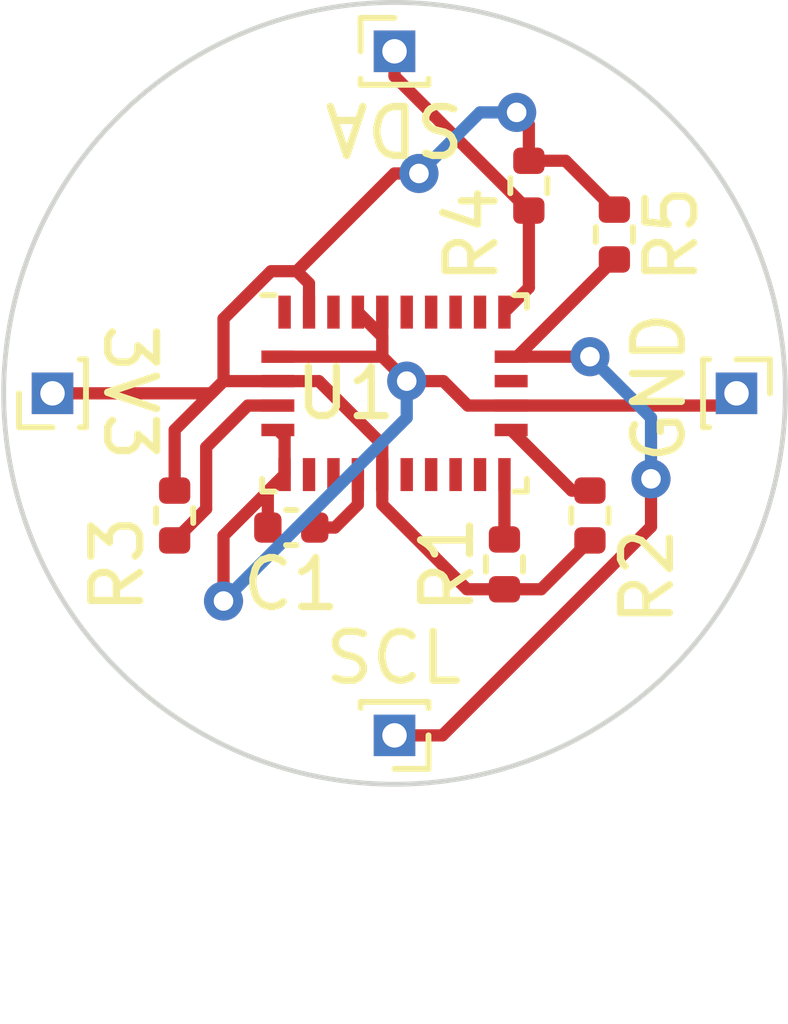
<source format=kicad_pcb>
(kicad_pcb (version 20221018) (generator pcbnew)
  (title_block (title "BNO085 Interface Board r16mm") (date "2023-06-30") (comment 1 "Author: Toby Godfrey"))
  (layers (0 "F.Cu" signal) (31 "B.Cu" signal) (34 "B.Paste" user) (35 "F.Paste" user) (36 "B.SilkS" user "B.Silkscreen") (37 "F.SilkS" user "F.Silkscreen") (38 "B.Mask" user) (39 "F.Mask" user) (44 "Edge.Cuts" user))
  (net 0 "")
  (net 1 "Net-(U1-CAP)")
  (net 2 "GND")
  (net 3 "Net-(J1-Pin_1)")
  (net 4 "Net-(J2-Pin_1)")
  (net 5 "+3.3V")
  (net 6 "Net-(U1-ENV_SCL)")
  (net 7 "Net-(U1-ENV_SDA)")
  (net 8 "Net-(U1-BOOTN)")
  (footprint "Resistor_SMD:R_0402_1005Metric" (layer "F.Cu") (at 134.5 66.75 -90)
    (fp_text reference "R5" (at 0 -1.17 90) (layer "F.SilkS"))
    (fp_text value "2.2k")
    (fp_line (start -0.153641 -0.38) (end 0.153641 -0.38) (stroke (width 0.12)) (layer "F.SilkS"))
    (fp_line (start -0.153641 0.38) (end 0.153641 0.38) (stroke (width 0.12)) (layer "F.SilkS"))
    (pad "1" smd roundrect (at -0.51 0 270) (size 0.54 0.64) (layers "F.Cu" "F.Paste" "F.Mask") (net 5 "+3.3V"))
    (pad "2" smd roundrect (at 0.51 0 270) (size 0.54 0.64) (layers "F.Cu" "F.Paste" "F.Mask") (net 4 "Net-(J2-Pin_1)"))
  )
  (footprint "Connector_PinHeader_1.00mm:PinHeader_1x01_P1.00mm_Vertical" (layer "F.Cu") (at 137 70 -90)
    (fp_text reference "J4" hide)
    (fp_text value "Conn_01x01_Pin")
    (fp_line (start -0.695 -0.685) (end 0 -0.685) (stroke (width 0.12)) (layer "F.SilkS"))
    (fp_line (start -0.695 0) (end -0.695 -0.685) (stroke (width 0.12)) (layer "F.SilkS"))
    (fp_line (start -0.695 0.685) (end -0.695 0.56) (stroke (width 0.12)) (layer "F.SilkS"))
    (fp_line (start -0.695 0.685) (end -0.608276 0.685) (stroke (width 0.12)) (layer "F.SilkS"))
    (fp_line (start -0.695 0.685) (end 0.695 0.685) (stroke (width 0.12)) (layer "F.SilkS"))
    (fp_line (start 0.608276 0.685) (end 0.695 0.685) (stroke (width 0.12)) (layer "F.SilkS"))
    (fp_line (start 0.695 0.685) (end 0.695 0.56) (stroke (width 0.12)) (layer "F.SilkS"))
    (pad "1" thru_hole rect (at 0 0 270) (size 0.85 0.85) (drill 0.5) (layers "*.Cu" "*.Mask") (net 2 "GND"))
  )
  (footprint "Resistor_SMD:R_0402_1005Metric" (layer "F.Cu") (at 134 72.5 -90)
    (fp_text reference "R2" (at 1.25 -1.17 90) (layer "F.SilkS"))
    (fp_text value "2.2k")
    (fp_line (start -0.153641 -0.38) (end 0.153641 -0.38) (stroke (width 0.12)) (layer "F.SilkS"))
    (fp_line (start -0.153641 0.38) (end 0.153641 0.38) (stroke (width 0.12)) (layer "F.SilkS"))
    (pad "1" smd roundrect (at -0.51 0 270) (size 0.54 0.64) (layers "F.Cu" "F.Paste" "F.Mask") (net 7 "Net-(U1-ENV_SDA)"))
    (pad "2" smd roundrect (at 0.51 0 270) (size 0.54 0.64) (layers "F.Cu" "F.Paste" "F.Mask") (net 5 "+3.3V"))
  )
  (footprint "Resistor_SMD:R_0402_1005Metric" (layer "F.Cu") (at 132.25 73.5 90)
    (fp_text reference "R1" (at 0 -1.17 90) (layer "F.SilkS"))
    (fp_text value "2.2k")
    (fp_line (start -0.153641 -0.38) (end 0.153641 -0.38) (stroke (width 0.12)) (layer "F.SilkS"))
    (fp_line (start -0.153641 0.38) (end 0.153641 0.38) (stroke (width 0.12)) (layer "F.SilkS"))
    (pad "1" smd roundrect (at -0.51 0 90) (size 0.54 0.64) (layers "F.Cu" "F.Paste" "F.Mask") (net 5 "+3.3V"))
    (pad "2" smd roundrect (at 0.51 0 90) (size 0.54 0.64) (layers "F.Cu" "F.Paste" "F.Mask") (net 6 "Net-(U1-ENV_SCL)"))
  )
  (footprint "Connector_PinHeader_1.00mm:PinHeader_1x01_P1.00mm_Vertical" (layer "F.Cu") (at 123 70 90)
    (fp_text reference "J3" hide)
    (fp_text value "Conn_01x01_Pin")
    (fp_line (start -0.695 -0.685) (end 0 -0.685) (stroke (width 0.12)) (layer "F.SilkS"))
    (fp_line (start -0.695 0) (end -0.695 -0.685) (stroke (width 0.12)) (layer "F.SilkS"))
    (fp_line (start -0.695 0.685) (end -0.695 0.56) (stroke (width 0.12)) (layer "F.SilkS"))
    (fp_line (start -0.695 0.685) (end -0.608276 0.685) (stroke (width 0.12)) (layer "F.SilkS"))
    (fp_line (start -0.695 0.685) (end 0.695 0.685) (stroke (width 0.12)) (layer "F.SilkS"))
    (fp_line (start 0.608276 0.685) (end 0.695 0.685) (stroke (width 0.12)) (layer "F.SilkS"))
    (fp_line (start 0.695 0.685) (end 0.695 0.56) (stroke (width 0.12)) (layer "F.SilkS"))
    (pad "1" thru_hole rect (at 0 0 90) (size 0.85 0.85) (drill 0.5) (layers "*.Cu" "*.Mask") (net 5 "+3.3V"))
  )
  (footprint "Resistor_SMD:R_0402_1005Metric" (layer "F.Cu") (at 125.5 72.5 90)
    (fp_text reference "R3" (at -1 -1.17 90) (layer "F.SilkS"))
    (fp_text value "10k")
    (fp_line (start -0.153641 -0.38) (end 0.153641 -0.38) (stroke (width 0.12)) (layer "F.SilkS"))
    (fp_line (start -0.153641 0.38) (end 0.153641 0.38) (stroke (width 0.12)) (layer "F.SilkS"))
    (pad "1" smd roundrect (at -0.51 0 90) (size 0.54 0.64) (layers "F.Cu" "F.Paste" "F.Mask") (net 8 "Net-(U1-BOOTN)"))
    (pad "2" smd roundrect (at 0.51 0 90) (size 0.54 0.64) (layers "F.Cu" "F.Paste" "F.Mask") (net 5 "+3.3V"))
  )
  (footprint "Connector_PinHeader_1.00mm:PinHeader_1x01_P1.00mm_Vertical" (layer "F.Cu") (at 130 77 180)
    (fp_text reference "J2" hide)
    (fp_text value "Conn_01x01_Pin")
    (fp_line (start -0.695 -0.685) (end 0 -0.685) (stroke (width 0.12)) (layer "F.SilkS"))
    (fp_line (start -0.695 0) (end -0.695 -0.685) (stroke (width 0.12)) (layer "F.SilkS"))
    (fp_line (start -0.695 0.685) (end -0.695 0.56) (stroke (width 0.12)) (layer "F.SilkS"))
    (fp_line (start -0.695 0.685) (end -0.608276 0.685) (stroke (width 0.12)) (layer "F.SilkS"))
    (fp_line (start -0.695 0.685) (end 0.695 0.685) (stroke (width 0.12)) (layer "F.SilkS"))
    (fp_line (start 0.608276 0.685) (end 0.695 0.685) (stroke (width 0.12)) (layer "F.SilkS"))
    (fp_line (start 0.695 0.685) (end 0.695 0.56) (stroke (width 0.12)) (layer "F.SilkS"))
    (pad "1" thru_hole rect (at 0 0 180) (size 0.85 0.85) (drill 0.5) (layers "*.Cu" "*.Mask") (net 4 "Net-(J2-Pin_1)"))
  )
  (footprint "Resistor_SMD:R_0402_1005Metric" (layer "F.Cu") (at 132.75 65.75 90)
    (fp_text reference "R4" (at -1 -1.17 90) (layer "F.SilkS"))
    (fp_text value "2.2k")
    (fp_line (start -0.153641 -0.38) (end 0.153641 -0.38) (stroke (width 0.12)) (layer "F.SilkS"))
    (fp_line (start -0.153641 0.38) (end 0.153641 0.38) (stroke (width 0.12)) (layer "F.SilkS"))
    (pad "1" smd roundrect (at -0.51 0 90) (size 0.54 0.64) (layers "F.Cu" "F.Paste" "F.Mask") (net 3 "Net-(J1-Pin_1)"))
    (pad "2" smd roundrect (at 0.51 0 90) (size 0.54 0.64) (layers "F.Cu" "F.Paste" "F.Mask") (net 5 "+3.3V"))
  )
  (footprint "Package_LGA:LGA-28_5.2x3.8mm_P0.5mm" (layer "F.Cu") (at 130 70)
    (fp_text reference "U1" (at -1 0) (layer "F.SilkS"))
    (fp_text value "BNO08x")
    (fp_line (start -2.71 -2.01) (end -2.45 -2.01) (stroke (width 0.12)) (layer "F.SilkS"))
    (fp_line (start -2.71 2.01) (end -2.71 1.75) (stroke (width 0.12)) (layer "F.SilkS"))
    (fp_line (start -2.71 2.01) (end -2.45 2.01) (stroke (width 0.12)) (layer "F.SilkS"))
    (fp_line (start 2.71 -2.01) (end 2.45 -2.01) (stroke (width 0.12)) (layer "F.SilkS"))
    (fp_line (start 2.71 -2.01) (end 2.71 -1.75) (stroke (width 0.12)) (layer "F.SilkS"))
    (fp_line (start 2.71 2.01) (end 2.45 2.01) (stroke (width 0.12)) (layer "F.SilkS"))
    (fp_line (start 2.71 2.01) (end 2.71 1.75) (stroke (width 0.12)) (layer "F.SilkS"))
    (pad "1" smd rect (at -2.25 -1.6625) (size 0.254 0.675) (layers "F.Cu" "F.Paste" "F.Mask"))
    (pad "2" smd rect (at -2.3875 -0.75 90) (size 0.254 0.675) (layers "F.Cu" "F.Paste" "F.Mask") (net 2 "GND"))
    (pad "3" smd rect (at -2.3875 -0.25 90) (size 0.254 0.675) (layers "F.Cu" "F.Paste" "F.Mask") (net 5 "+3.3V"))
    (pad "4" smd rect (at -2.3875 0.25 90) (size 0.254 0.675) (layers "F.Cu" "F.Paste" "F.Mask") (net 8 "Net-(U1-BOOTN)"))
    (pad "5" smd rect (at -2.3875 0.75 90) (size 0.254 0.675) (layers "F.Cu" "F.Paste" "F.Mask") (net 2 "GND"))
    (pad "6" smd rect (at -2.25 1.6625) (size 0.254 0.675) (layers "F.Cu" "F.Paste" "F.Mask") (net 2 "GND"))
    (pad "7" smd rect (at -1.75 1.6625) (size 0.254 0.675) (layers "F.Cu" "F.Paste" "F.Mask"))
    (pad "8" smd rect (at -1.25 1.6625) (size 0.254 0.675) (layers "F.Cu" "F.Paste" "F.Mask"))
    (pad "9" smd rect (at -0.75 1.6625) (size 0.254 0.675) (layers "F.Cu" "F.Paste" "F.Mask") (net 1 "Net-(U1-CAP)"))
    (pad "10" smd rect (at -0.25 1.6625) (size 0.254 0.675) (layers "F.Cu" "F.Paste" "F.Mask") (net 5 "+3.3V"))
    (pad "11" smd rect (at 0.25 1.6625) (size 0.254 0.675) (layers "F.Cu" "F.Paste" "F.Mask"))
    (pad "12" smd rect (at 0.75 1.6625) (size 0.254 0.675) (layers "F.Cu" "F.Paste" "F.Mask"))
    (pad "13" smd rect (at 1.25 1.6625) (size 0.254 0.675) (layers "F.Cu" "F.Paste" "F.Mask"))
    (pad "14" smd rect (at 1.75 1.6625) (size 0.254 0.675) (layers "F.Cu" "F.Paste" "F.Mask"))
    (pad "15" smd rect (at 2.25 1.6625) (size 0.254 0.675) (layers "F.Cu" "F.Paste" "F.Mask") (net 6 "Net-(U1-ENV_SCL)"))
    (pad "16" smd rect (at 2.3875 0.75 90) (size 0.254 0.675) (layers "F.Cu" "F.Paste" "F.Mask") (net 7 "Net-(U1-ENV_SDA)"))
    (pad "17" smd rect (at 2.3875 0.25 90) (size 0.254 0.675) (layers "F.Cu" "F.Paste" "F.Mask") (net 2 "GND"))
    (pad "18" smd rect (at 2.3875 -0.25 90) (size 0.254 0.675) (layers "F.Cu" "F.Paste" "F.Mask"))
    (pad "19" smd rect (at 2.3875 -0.75 90) (size 0.254 0.675) (layers "F.Cu" "F.Paste" "F.Mask") (net 4 "Net-(J2-Pin_1)"))
    (pad "20" smd rect (at 2.25 -1.6625) (size 0.254 0.675) (layers "F.Cu" "F.Paste" "F.Mask") (net 3 "Net-(J1-Pin_1)"))
    (pad "21" smd rect (at 1.75 -1.6625) (size 0.254 0.675) (layers "F.Cu" "F.Paste" "F.Mask"))
    (pad "22" smd rect (at 1.25 -1.6625) (size 0.254 0.675) (layers "F.Cu" "F.Paste" "F.Mask"))
    (pad "23" smd rect (at 0.75 -1.6625) (size 0.254 0.675) (layers "F.Cu" "F.Paste" "F.Mask"))
    (pad "24" smd rect (at 0.25 -1.6625) (size 0.254 0.675) (layers "F.Cu" "F.Paste" "F.Mask"))
    (pad "25" smd rect (at -0.25 -1.6625) (size 0.254 0.675) (layers "F.Cu" "F.Paste" "F.Mask") (net 2 "GND"))
    (pad "26" smd rect (at -0.75 -1.6625) (size 0.254 0.675) (layers "F.Cu" "F.Paste" "F.Mask") (net 2 "GND"))
    (pad "27" smd rect (at -1.25 -1.6625) (size 0.254 0.675) (layers "F.Cu" "F.Paste" "F.Mask"))
    (pad "28" smd rect (at -1.75 -1.6625) (size 0.254 0.675) (layers "F.Cu" "F.Paste" "F.Mask") (net 5 "+3.3V"))
  )
  (footprint "Connector_PinHeader_1.00mm:PinHeader_1x01_P1.00mm_Vertical" (layer "F.Cu") (at 130 63)
    (fp_text reference "J1" hide)
    (fp_text value "Conn_01x01_Pin")
    (fp_line (start -0.695 -0.685) (end 0 -0.685) (stroke (width 0.12)) (layer "F.SilkS"))
    (fp_line (start -0.695 0) (end -0.695 -0.685) (stroke (width 0.12)) (layer "F.SilkS"))
    (fp_line (start -0.695 0.685) (end -0.695 0.56) (stroke (width 0.12)) (layer "F.SilkS"))
    (fp_line (start -0.695 0.685) (end -0.608276 0.685) (stroke (width 0.12)) (layer "F.SilkS"))
    (fp_line (start -0.695 0.685) (end 0.695 0.685) (stroke (width 0.12)) (layer "F.SilkS"))
    (fp_line (start 0.608276 0.685) (end 0.695 0.685) (stroke (width 0.12)) (layer "F.SilkS"))
    (fp_line (start 0.695 0.685) (end 0.695 0.56) (stroke (width 0.12)) (layer "F.SilkS"))
    (pad "1" thru_hole rect (at 0 0) (size 0.85 0.85) (drill 0.5) (layers "*.Cu" "*.Mask") (net 3 "Net-(J1-Pin_1)"))
  )
  (footprint "Capacitor_SMD:C_0402_1005Metric" (layer "F.Cu") (at 127.887238 72.746447 180)
    (fp_text reference "C1" (at 0 -1.16) (layer "F.SilkS"))
    (fp_text value "0.1uF")
    (fp_line (start -0.107836 -0.36) (end 0.107836 -0.36) (stroke (width 0.12)) (layer "F.SilkS"))
    (fp_line (start -0.107836 0.36) (end 0.107836 0.36) (stroke (width 0.12)) (layer "F.SilkS"))
    (pad "1" smd roundrect (at -0.48 0 180) (size 0.56 0.62) (layers "F.Cu" "F.Paste" "F.Mask") (net 1 "Net-(U1-CAP)"))
    (pad "2" smd roundrect (at 0.48 0 180) (size 0.56 0.62) (layers "F.Cu" "F.Paste" "F.Mask") (net 2 "GND"))
  )
  (gr_circle (center 130 70) (end 138 70) (stroke (width 0.1)) (fill none) (layer "Edge.Cuts"))
  (gr_text "SCL" (at 128.5 76) (layer "F.SilkS") (effects (font (size 1 1)) (justify left bottom)))
  (gr_text "GND" (at 136 71.5 90) (layer "F.SilkS") (effects (font (size 1 1)) (justify left bottom)))
  (gr_text "3V3" (at 124 68.5 -90) (layer "F.SilkS") (effects (font (size 1 1)) (justify left bottom)))
  (gr_text "SDA" (at 131.5 64 180) (layer "F.SilkS") (effects (font (size 1 1)) (justify left bottom)))
  (segment (start 128.367238 72.746447) (end 128.780553 72.746447) (width 0.25) (layer "F.Cu") (net 1))
  (segment (start 128.780553 72.746447) (end 129.25 72.277) (width 0.25) (layer "F.Cu") (net 1))
  (segment (start 129.25 72.277) (end 129.25 71.6625) (width 0.25) (layer "F.Cu") (net 1))
  (segment (start 129.75 69.25) (end 127.6125 69.25) (width 0.25) (layer "F.Cu") (net 2))
  (segment (start 130.25 69.75) (end 129.75 69.25) (width 0.25) (layer "F.Cu") (net 2))
  (segment (start 137 70) (end 136.75 70.25) (width 0.25) (layer "F.Cu") (net 2))
  (segment (start 131 69.75) (end 131.5 70.25) (width 0.25) (layer "F.Cu") (net 2))
  (segment (start 129.75 68.8375) (end 129.25 68.3375) (width 0.25) (layer "F.Cu") (net 2))
  (segment (start 132.3875 70.25) (end 131.5 70.25) (width 0.25) (layer "F.Cu") (net 2))
  (segment (start 127.75 70.8875) (end 127.6125 70.75) (width 0.25) (layer "F.Cu") (net 2))
  (segment (start 126.5 72.9125) (end 126.5 74.25) (width 0.25) (layer "F.Cu") (net 2))
  (segment (start 127.407238 72.005262) (end 127.58125 71.83125) (width 0.25) (layer "F.Cu") (net 2))
  (segment (start 130.25 69.75) (end 131 69.75) (width 0.25) (layer "F.Cu") (net 2))
  (segment (start 136.75 70.25) (end 132.3875 70.25) (width 0.25) (layer "F.Cu") (net 2))
  (segment (start 127.58125 71.83125) (end 126.5 72.9125) (width 0.25) (layer "F.Cu") (net 2))
  (segment (start 127.58125 71.83125) (end 127.75 71.6625) (width 0.25) (layer "F.Cu") (net 2))
  (segment (start 129.75 69.25) (end 129.75 68.3375) (width 0.25) (layer "F.Cu") (net 2))
  (segment (start 127.407238 72.746447) (end 127.407238 72.005262) (width 0.25) (layer "F.Cu") (net 2))
  (segment (start 129.75 69.25) (end 129.75 68.8375) (width 0.25) (layer "F.Cu") (net 2))
  (segment (start 127.75 71.6625) (end 127.75 70.8875) (width 0.25) (layer "F.Cu") (net 2))
  (via (at 130.25 69.75) (size 0.8) (drill 0.4) (layers "F.Cu" "B.Cu") (net 2))
  (via (at 126.5 74.25) (size 0.8) (drill 0.4) (layers "F.Cu" "B.Cu") (net 2))
  (segment (start 130.25 70.5) (end 130.25 69.75) (width 0.25) (layer "B.Cu") (net 2))
  (segment (start 126.5 74.25) (end 130.25 70.5) (width 0.25) (layer "B.Cu") (net 2))
  (segment (start 132.75 66.26) (end 132.75 67.8375) (width 0.25) (layer "F.Cu") (net 3))
  (segment (start 130 63) (end 130 63.51) (width 0.25) (layer "F.Cu") (net 3))
  (segment (start 132.75 67.8375) (end 132.25 68.3375) (width 0.25) (layer "F.Cu") (net 3))
  (segment (start 130 63.51) (end 132.75 66.26) (width 0.25) (layer "F.Cu") (net 3))
  (segment (start 132.3875 69.25) (end 134 69.25) (width 0.25) (layer "F.Cu") (net 4))
  (segment (start 134.5 67.26) (end 132.51 69.25) (width 0.25) (layer "F.Cu") (net 4))
  (segment (start 132.51 69.25) (end 132.3875 69.25) (width 0.25) (layer "F.Cu") (net 4))
  (segment (start 130.980538 77) (end 130 77) (width 0.25) (layer "F.Cu") (net 4))
  (segment (start 135.25 71.75) (end 135.25 72.730538) (width 0.25) (layer "F.Cu") (net 4))
  (segment (start 135.25 72.730538) (end 130.980538 77) (width 0.25) (layer "F.Cu") (net 4))
  (via (at 135.25 71.75) (size 0.8) (drill 0.4) (layers "F.Cu" "B.Cu") (net 4))
  (via (at 134 69.25) (size 0.8) (drill 0.4) (layers "F.Cu" "B.Cu") (net 4))
  (segment (start 135.25 70.5) (end 135.25 71.75) (width 0.25) (layer "B.Cu") (net 4))
  (segment (start 134 69.25) (end 135.25 70.5) (width 0.25) (layer "B.Cu") (net 4))
  (segment (start 128.25 68.3375) (end 128.25 67.75) (width 0.25) (layer "F.Cu") (net 5))
  (segment (start 131.483 74.01) (end 129.75 72.277) (width 0.25) (layer "F.Cu") (net 5))
  (segment (start 133.5 65.24) (end 134.5 66.24) (width 0.25) (layer "F.Cu") (net 5))
  (segment (start 132.75 65.24) (end 132.75 64.5) (width 0.25) (layer "F.Cu") (net 5))
  (segment (start 132.75 64.5) (end 132.5 64.25) (width 0.25) (layer "F.Cu") (net 5))
  (segment (start 130 65.5) (end 128 67.5) (width 0.25) (layer "F.Cu") (net 5))
  (segment (start 132.75 65.24) (end 133.5 65.24) (width 0.25) (layer "F.Cu") (net 5))
  (segment (start 127.473 67.5) (end 126.5 68.473) (width 0.25) (layer "F.Cu") (net 5))
  (segment (start 125.5 71.99) (end 125.5 70.75) (width 0.25) (layer "F.Cu") (net 5))
  (segment (start 125.5 70.75) (end 126.5 69.75) (width 0.25) (layer "F.Cu") (net 5))
  (segment (start 128.25 67.75) (end 128 67.5) (width 0.25) (layer "F.Cu") (net 5))
  (segment (start 132.25 74.01) (end 131.483 74.01) (width 0.25) (layer "F.Cu") (net 5))
  (segment (start 128.452 69.75) (end 127.6125 69.75) (width 0.25) (layer "F.Cu") (net 5))
  (segment (start 126.25 70) (end 126.5 69.75) (width 0.25) (layer "F.Cu") (net 5))
  (segment (start 123 70) (end 126.25 70) (width 0.25) (layer "F.Cu") (net 5))
  (segment (start 133 74.01) (end 134 73.01) (width 0.25) (layer "F.Cu") (net 5))
  (segment (start 129.75 71.048) (end 128.452 69.75) (width 0.25) (layer "F.Cu") (net 5))
  (segment (start 129.75 71.6625) (end 129.75 71.048) (width 0.25) (layer "F.Cu") (net 5))
  (segment (start 126.5 69.75) (end 127.6125 69.75) (width 0.25) (layer "F.Cu") (net 5))
  (segment (start 126.5 68.473) (end 126.5 69.75) (width 0.25) (layer "F.Cu") (net 5))
  (segment (start 128 67.5) (end 127.473 67.5) (width 0.25) (layer "F.Cu") (net 5))
  (segment (start 129.75 72.277) (end 129.75 71.6625) (width 0.25) (layer "F.Cu") (net 5))
  (segment (start 132.25 74.01) (end 133 74.01) (width 0.25) (layer "F.Cu") (net 5))
  (segment (start 130.5 65.5) (end 130 65.5) (width 0.25) (layer "F.Cu") (net 5))
  (via (at 130.5 65.5) (size 0.8) (drill 0.4) (layers "F.Cu" "B.Cu") (net 5))
  (via (at 132.5 64.25) (size 0.8) (drill 0.4) (layers "F.Cu" "B.Cu") (net 5))
  (segment (start 132.5 64.25) (end 131.75 64.25) (width 0.25) (layer "B.Cu") (net 5))
  (segment (start 131.75 64.25) (end 130.5 65.5) (width 0.25) (layer "B.Cu") (net 5))
  (segment (start 132.25 72.99) (end 132.25 71.6625) (width 0.25) (layer "F.Cu") (net 6))
  (segment (start 134 71.99) (end 133.6275 71.99) (width 0.25) (layer "F.Cu") (net 7))
  (segment (start 133.6275 71.99) (end 132.3875 70.75) (width 0.25) (layer "F.Cu") (net 7))
  (segment (start 127.6125 70.25) (end 126.998 70.25) (width 0.25) (layer "F.Cu") (net 8))
  (segment (start 126.998 70.25) (end 126.145 71.103) (width 0.25) (layer "F.Cu") (net 8))
  (segment (start 126.145 71.103) (end 126.145 72.365) (width 0.25) (layer "F.Cu") (net 8))
  (segment (start 126.145 72.365) (end 125.5 73.01) (width 0.25) (layer "F.Cu") (net 8))
)
</source>
